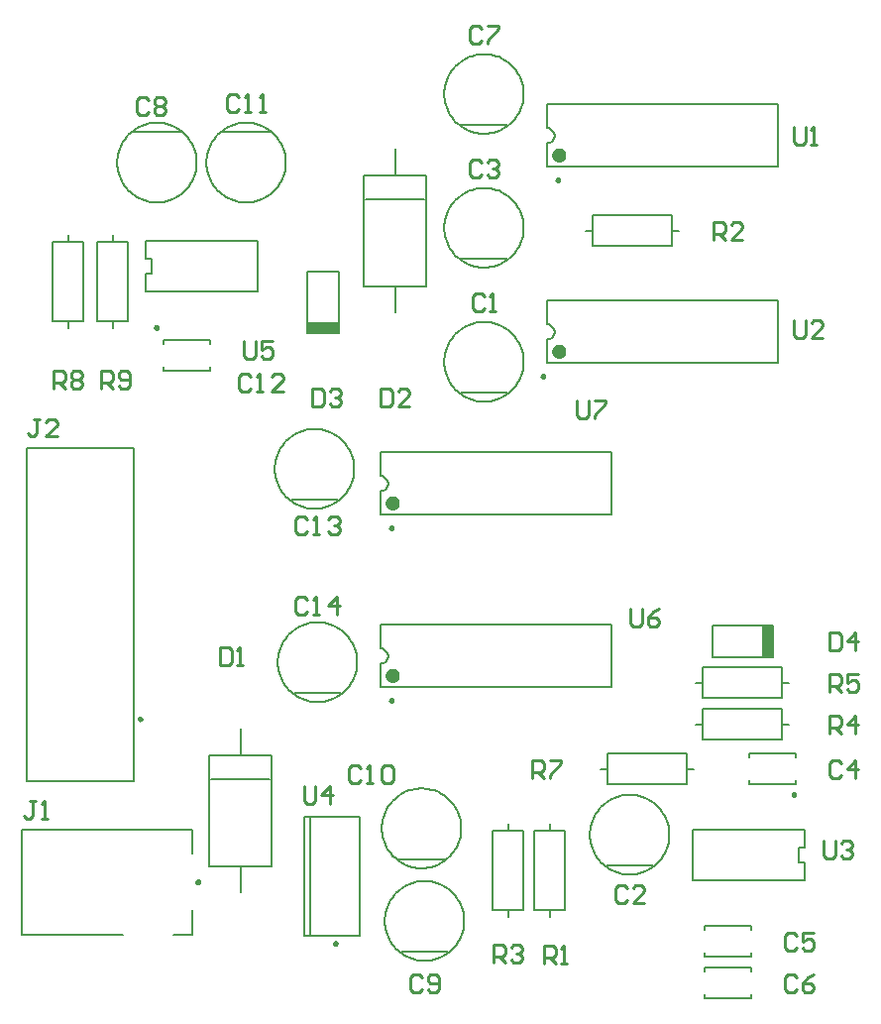
<source format=gto>
%FSTAX23Y23*%
%MOIN*%
%SFA1B1*%

%IPPOS*%
%ADD10C,0.023620*%
%ADD11C,0.009840*%
%ADD12C,0.007870*%
%ADD13C,0.005910*%
%ADD14C,0.010000*%
%ADD15R,0.106980X0.037360*%
%ADD16R,0.037360X0.106980*%
%LNtachometer-boardv2.5-1*%
%LPD*%
G54D10*
X01303Y01825D02*
D01*
X01303Y01825*
X01303Y01826*
X01303Y01827*
X01302Y01828*
X01302Y01829*
X01302Y01829*
X01302Y0183*
X01301Y01831*
X01301Y01831*
X013Y01832*
X013Y01833*
X01299Y01833*
X01298Y01834*
X01298Y01834*
X01297Y01835*
X01296Y01835*
X01296Y01835*
X01295Y01836*
X01294Y01836*
X01293Y01836*
X01292Y01836*
X01291Y01836*
X01291*
X0129Y01836*
X01289Y01836*
X01288Y01836*
X01287Y01836*
X01287Y01835*
X01286Y01835*
X01285Y01835*
X01284Y01834*
X01284Y01834*
X01283Y01833*
X01283Y01833*
X01282Y01832*
X01282Y01831*
X01281Y01831*
X01281Y0183*
X0128Y01829*
X0128Y01829*
X0128Y01828*
X0128Y01827*
X01279Y01826*
X01279Y01825*
X01279Y01825*
X01279Y01824*
X01279Y01823*
X0128Y01822*
X0128Y01821*
X0128Y01821*
X0128Y0182*
X01281Y01819*
X01281Y01818*
X01282Y01818*
X01282Y01817*
X01283Y01816*
X01283Y01816*
X01284Y01815*
X01284Y01815*
X01285Y01814*
X01286Y01814*
X01287Y01814*
X01287Y01813*
X01288Y01813*
X01289Y01813*
X0129Y01813*
X01291Y01813*
X01291*
X01292Y01813*
X01293Y01813*
X01294Y01813*
X01295Y01813*
X01296Y01814*
X01296Y01814*
X01297Y01814*
X01298Y01815*
X01298Y01815*
X01299Y01816*
X013Y01816*
X013Y01817*
X01301Y01818*
X01301Y01818*
X01302Y01819*
X01302Y0182*
X01302Y01821*
X01302Y01821*
X01303Y01822*
X01303Y01823*
X01303Y01824*
X01303Y01825*
Y01245D02*
D01*
X01303Y01245*
X01303Y01246*
X01303Y01247*
X01302Y01248*
X01302Y01249*
X01302Y01249*
X01302Y0125*
X01301Y01251*
X01301Y01251*
X013Y01252*
X013Y01253*
X01299Y01253*
X01298Y01254*
X01298Y01254*
X01297Y01255*
X01296Y01255*
X01296Y01255*
X01295Y01256*
X01294Y01256*
X01293Y01256*
X01292Y01256*
X01291Y01256*
X01291*
X0129Y01256*
X01289Y01256*
X01288Y01256*
X01287Y01256*
X01287Y01255*
X01286Y01255*
X01285Y01255*
X01284Y01254*
X01284Y01254*
X01283Y01253*
X01283Y01253*
X01282Y01252*
X01282Y01251*
X01281Y01251*
X01281Y0125*
X0128Y01249*
X0128Y01249*
X0128Y01248*
X0128Y01247*
X01279Y01246*
X01279Y01245*
X01279Y01245*
X01279Y01244*
X01279Y01243*
X0128Y01242*
X0128Y01241*
X0128Y01241*
X0128Y0124*
X01281Y01239*
X01281Y01238*
X01282Y01238*
X01282Y01237*
X01283Y01236*
X01283Y01236*
X01284Y01235*
X01284Y01235*
X01285Y01234*
X01286Y01234*
X01287Y01234*
X01287Y01233*
X01288Y01233*
X01289Y01233*
X0129Y01233*
X01291Y01233*
X01291*
X01292Y01233*
X01293Y01233*
X01294Y01233*
X01295Y01233*
X01296Y01234*
X01296Y01234*
X01297Y01234*
X01298Y01235*
X01298Y01235*
X01299Y01236*
X013Y01236*
X013Y01237*
X01301Y01238*
X01301Y01238*
X01302Y01239*
X01302Y0124*
X01302Y01241*
X01302Y01241*
X01303Y01242*
X01303Y01243*
X01303Y01244*
X01303Y01245*
X01863Y02995D02*
D01*
X01863Y02995*
X01863Y02996*
X01863Y02997*
X01862Y02998*
X01862Y02999*
X01862Y02999*
X01862Y03*
X01861Y03001*
X01861Y03001*
X0186Y03002*
X0186Y03003*
X01859Y03003*
X01858Y03004*
X01858Y03004*
X01857Y03005*
X01856Y03005*
X01856Y03005*
X01855Y03006*
X01854Y03006*
X01853Y03006*
X01852Y03006*
X01851Y03006*
X01851*
X0185Y03006*
X01849Y03006*
X01848Y03006*
X01847Y03006*
X01847Y03005*
X01846Y03005*
X01845Y03005*
X01844Y03004*
X01844Y03004*
X01843Y03003*
X01843Y03003*
X01842Y03002*
X01842Y03001*
X01841Y03001*
X01841Y03*
X0184Y02999*
X0184Y02999*
X0184Y02998*
X0184Y02997*
X01839Y02996*
X01839Y02995*
X01839Y02995*
X01839Y02994*
X01839Y02993*
X0184Y02992*
X0184Y02991*
X0184Y02991*
X0184Y0299*
X01841Y02989*
X01841Y02988*
X01842Y02988*
X01842Y02987*
X01843Y02986*
X01843Y02986*
X01844Y02985*
X01844Y02985*
X01845Y02984*
X01846Y02984*
X01847Y02984*
X01847Y02983*
X01848Y02983*
X01849Y02983*
X0185Y02983*
X01851Y02983*
X01851*
X01852Y02983*
X01853Y02983*
X01854Y02983*
X01855Y02983*
X01856Y02984*
X01856Y02984*
X01857Y02984*
X01858Y02985*
X01858Y02985*
X01859Y02986*
X0186Y02986*
X0186Y02987*
X01861Y02988*
X01861Y02988*
X01862Y02989*
X01862Y0299*
X01862Y02991*
X01862Y02991*
X01863Y02992*
X01863Y02993*
X01863Y02994*
X01863Y02995*
Y02335D02*
D01*
X01863Y02335*
X01863Y02336*
X01863Y02337*
X01862Y02338*
X01862Y02339*
X01862Y02339*
X01862Y0234*
X01861Y02341*
X01861Y02341*
X0186Y02342*
X0186Y02343*
X01859Y02343*
X01858Y02344*
X01858Y02344*
X01857Y02345*
X01856Y02345*
X01856Y02345*
X01855Y02346*
X01854Y02346*
X01853Y02346*
X01852Y02346*
X01851Y02346*
X01851*
X0185Y02346*
X01849Y02346*
X01848Y02346*
X01847Y02346*
X01847Y02345*
X01846Y02345*
X01845Y02345*
X01844Y02344*
X01844Y02344*
X01843Y02343*
X01843Y02343*
X01842Y02342*
X01842Y02341*
X01841Y02341*
X01841Y0234*
X0184Y02339*
X0184Y02339*
X0184Y02338*
X0184Y02337*
X01839Y02336*
X01839Y02335*
X01839Y02335*
X01839Y02334*
X01839Y02333*
X0184Y02332*
X0184Y02331*
X0184Y02331*
X0184Y0233*
X01841Y02329*
X01841Y02328*
X01842Y02328*
X01842Y02327*
X01843Y02326*
X01843Y02326*
X01844Y02325*
X01844Y02325*
X01845Y02324*
X01846Y02324*
X01847Y02324*
X01847Y02323*
X01848Y02323*
X01849Y02323*
X0185Y02323*
X01851Y02323*
X01851*
X01852Y02323*
X01853Y02323*
X01854Y02323*
X01855Y02323*
X01856Y02324*
X01856Y02324*
X01857Y02324*
X01858Y02325*
X01858Y02325*
X01859Y02326*
X0186Y02326*
X0186Y02327*
X01861Y02328*
X01861Y02328*
X01862Y02329*
X01862Y0233*
X01862Y02331*
X01862Y02331*
X01863Y02332*
X01863Y02333*
X01863Y02334*
X01863Y02335*
G54D11*
X01293Y0174D02*
D01*
X01293Y0174*
X01293Y0174*
X01293Y01741*
X01293Y01741*
X01293Y01741*
X01293Y01742*
X01293Y01742*
X01292Y01742*
X01292Y01742*
X01292Y01743*
X01292Y01743*
X01292Y01743*
X01291Y01743*
X01291Y01744*
X01291Y01744*
X0129Y01744*
X0129Y01744*
X0129Y01744*
X0129Y01744*
X01289Y01744*
X01289Y01744*
X01288Y01744*
X01288*
X01288Y01744*
X01287Y01744*
X01287Y01744*
X01287Y01744*
X01286Y01744*
X01286Y01744*
X01286Y01744*
X01286Y01744*
X01285Y01743*
X01285Y01743*
X01285Y01743*
X01285Y01743*
X01284Y01742*
X01284Y01742*
X01284Y01742*
X01284Y01742*
X01284Y01741*
X01284Y01741*
X01284Y01741*
X01283Y0174*
X01283Y0174*
X01283Y0174*
X01283Y01739*
X01283Y01739*
X01284Y01738*
X01284Y01738*
X01284Y01738*
X01284Y01737*
X01284Y01737*
X01284Y01737*
X01284Y01737*
X01285Y01736*
X01285Y01736*
X01285Y01736*
X01285Y01736*
X01286Y01735*
X01286Y01735*
X01286Y01735*
X01286Y01735*
X01287Y01735*
X01287Y01735*
X01287Y01735*
X01288Y01735*
X01288Y01735*
X01288*
X01289Y01735*
X01289Y01735*
X0129Y01735*
X0129Y01735*
X0129Y01735*
X0129Y01735*
X01291Y01735*
X01291Y01735*
X01291Y01736*
X01292Y01736*
X01292Y01736*
X01292Y01736*
X01292Y01737*
X01292Y01737*
X01293Y01737*
X01293Y01737*
X01293Y01738*
X01293Y01738*
X01293Y01738*
X01293Y01739*
X01293Y01739*
X01293Y0174*
Y0116D02*
D01*
X01293Y0116*
X01293Y0116*
X01293Y01161*
X01293Y01161*
X01293Y01161*
X01293Y01162*
X01293Y01162*
X01292Y01162*
X01292Y01162*
X01292Y01163*
X01292Y01163*
X01292Y01163*
X01291Y01163*
X01291Y01164*
X01291Y01164*
X0129Y01164*
X0129Y01164*
X0129Y01164*
X0129Y01164*
X01289Y01164*
X01289Y01164*
X01288Y01164*
X01288*
X01288Y01164*
X01287Y01164*
X01287Y01164*
X01287Y01164*
X01286Y01164*
X01286Y01164*
X01286Y01164*
X01286Y01164*
X01285Y01163*
X01285Y01163*
X01285Y01163*
X01285Y01163*
X01284Y01162*
X01284Y01162*
X01284Y01162*
X01284Y01162*
X01284Y01161*
X01284Y01161*
X01284Y01161*
X01283Y0116*
X01283Y0116*
X01283Y0116*
X01283Y01159*
X01283Y01159*
X01284Y01158*
X01284Y01158*
X01284Y01158*
X01284Y01157*
X01284Y01157*
X01284Y01157*
X01284Y01157*
X01285Y01156*
X01285Y01156*
X01285Y01156*
X01285Y01156*
X01286Y01155*
X01286Y01155*
X01286Y01155*
X01286Y01155*
X01287Y01155*
X01287Y01155*
X01287Y01155*
X01288Y01155*
X01288Y01155*
X01288*
X01289Y01155*
X01289Y01155*
X0129Y01155*
X0129Y01155*
X0129Y01155*
X0129Y01155*
X01291Y01155*
X01291Y01155*
X01291Y01156*
X01292Y01156*
X01292Y01156*
X01292Y01156*
X01292Y01157*
X01292Y01157*
X01293Y01157*
X01293Y01157*
X01293Y01158*
X01293Y01158*
X01293Y01158*
X01293Y01159*
X01293Y01159*
X01293Y0116*
X01853Y0291D02*
D01*
X01853Y0291*
X01853Y0291*
X01853Y02911*
X01853Y02911*
X01853Y02911*
X01853Y02912*
X01853Y02912*
X01852Y02912*
X01852Y02912*
X01852Y02913*
X01852Y02913*
X01852Y02913*
X01851Y02913*
X01851Y02914*
X01851Y02914*
X0185Y02914*
X0185Y02914*
X0185Y02914*
X0185Y02914*
X01849Y02914*
X01849Y02914*
X01848Y02914*
X01848*
X01848Y02914*
X01847Y02914*
X01847Y02914*
X01847Y02914*
X01846Y02914*
X01846Y02914*
X01846Y02914*
X01846Y02914*
X01845Y02913*
X01845Y02913*
X01845Y02913*
X01845Y02913*
X01844Y02912*
X01844Y02912*
X01844Y02912*
X01844Y02912*
X01844Y02911*
X01844Y02911*
X01844Y02911*
X01843Y0291*
X01843Y0291*
X01843Y0291*
X01843Y02909*
X01843Y02909*
X01844Y02908*
X01844Y02908*
X01844Y02908*
X01844Y02907*
X01844Y02907*
X01844Y02907*
X01844Y02907*
X01845Y02906*
X01845Y02906*
X01845Y02906*
X01845Y02906*
X01846Y02905*
X01846Y02905*
X01846Y02905*
X01846Y02905*
X01847Y02905*
X01847Y02905*
X01847Y02905*
X01848Y02905*
X01848Y02905*
X01848*
X01849Y02905*
X01849Y02905*
X0185Y02905*
X0185Y02905*
X0185Y02905*
X0185Y02905*
X01851Y02905*
X01851Y02905*
X01851Y02906*
X01852Y02906*
X01852Y02906*
X01852Y02906*
X01852Y02907*
X01852Y02907*
X01853Y02907*
X01853Y02907*
X01853Y02908*
X01853Y02908*
X01853Y02908*
X01853Y02909*
X01853Y02909*
X01853Y0291*
X01803Y0225D02*
D01*
X01803Y0225*
X01803Y0225*
X01803Y02251*
X01803Y02251*
X01803Y02251*
X01803Y02252*
X01803Y02252*
X01802Y02252*
X01802Y02252*
X01802Y02253*
X01802Y02253*
X01802Y02253*
X01801Y02253*
X01801Y02254*
X01801Y02254*
X018Y02254*
X018Y02254*
X018Y02254*
X018Y02254*
X01799Y02254*
X01799Y02254*
X01798Y02254*
X01798*
X01798Y02254*
X01797Y02254*
X01797Y02254*
X01797Y02254*
X01796Y02254*
X01796Y02254*
X01796Y02254*
X01796Y02254*
X01795Y02253*
X01795Y02253*
X01795Y02253*
X01795Y02253*
X01794Y02252*
X01794Y02252*
X01794Y02252*
X01794Y02252*
X01794Y02251*
X01794Y02251*
X01794Y02251*
X01793Y0225*
X01793Y0225*
X01793Y0225*
X01793Y02249*
X01793Y02249*
X01794Y02248*
X01794Y02248*
X01794Y02248*
X01794Y02247*
X01794Y02247*
X01794Y02247*
X01794Y02247*
X01795Y02246*
X01795Y02246*
X01795Y02246*
X01795Y02246*
X01796Y02245*
X01796Y02245*
X01796Y02245*
X01796Y02245*
X01797Y02245*
X01797Y02245*
X01797Y02245*
X01798Y02245*
X01798Y02245*
X01798*
X01799Y02245*
X01799Y02245*
X018Y02245*
X018Y02245*
X018Y02245*
X018Y02245*
X01801Y02245*
X01801Y02245*
X01801Y02246*
X01802Y02246*
X01802Y02246*
X01802Y02246*
X01802Y02247*
X01802Y02247*
X01803Y02247*
X01803Y02247*
X01803Y02248*
X01803Y02248*
X01803Y02248*
X01803Y02249*
X01803Y02249*
X01803Y0225*
X02646Y00844D02*
D01*
X02646Y00845*
X02646Y00845*
X02646Y00845*
X02646Y00846*
X02646Y00846*
X02646Y00846*
X02646Y00847*
X02646Y00847*
X02645Y00847*
X02645Y00847*
X02645Y00848*
X02645Y00848*
X02644Y00848*
X02644Y00848*
X02644Y00848*
X02644Y00849*
X02643Y00849*
X02643Y00849*
X02643Y00849*
X02642Y00849*
X02642Y00849*
X02642Y00849*
X02641*
X02641Y00849*
X02641Y00849*
X0264Y00849*
X0264Y00849*
X0264Y00849*
X02639Y00849*
X02639Y00848*
X02639Y00848*
X02638Y00848*
X02638Y00848*
X02638Y00848*
X02638Y00847*
X02637Y00847*
X02637Y00847*
X02637Y00847*
X02637Y00846*
X02637Y00846*
X02637Y00846*
X02637Y00845*
X02637Y00845*
X02637Y00845*
X02637Y00844*
X02637Y00844*
X02637Y00844*
X02637Y00843*
X02637Y00843*
X02637Y00843*
X02637Y00842*
X02637Y00842*
X02637Y00842*
X02637Y00841*
X02638Y00841*
X02638Y00841*
X02638Y00841*
X02638Y0084*
X02639Y0084*
X02639Y0084*
X02639Y0084*
X0264Y0084*
X0264Y0084*
X0264Y00839*
X02641Y00839*
X02641Y00839*
X02641Y00839*
X02642*
X02642Y00839*
X02642Y00839*
X02643Y00839*
X02643Y0084*
X02643Y0084*
X02644Y0084*
X02644Y0084*
X02644Y0084*
X02644Y0084*
X02645Y00841*
X02645Y00841*
X02645Y00841*
X02645Y00841*
X02646Y00842*
X02646Y00842*
X02646Y00842*
X02646Y00843*
X02646Y00843*
X02646Y00843*
X02646Y00844*
X02646Y00844*
X02646Y00844*
X00642Y0055D02*
D01*
X00642Y0055*
X00642Y0055*
X00642Y00551*
X00642Y00551*
X00642Y00551*
X00641Y00552*
X00641Y00552*
X00641Y00552*
X00641Y00552*
X00641Y00553*
X0064Y00553*
X0064Y00553*
X0064Y00553*
X0064Y00554*
X00639Y00554*
X00639Y00554*
X00639Y00554*
X00638Y00554*
X00638Y00554*
X00638Y00554*
X00637Y00554*
X00637Y00554*
X00637*
X00636Y00554*
X00636Y00554*
X00636Y00554*
X00635Y00554*
X00635Y00554*
X00635Y00554*
X00634Y00554*
X00634Y00554*
X00634Y00553*
X00634Y00553*
X00633Y00553*
X00633Y00553*
X00633Y00552*
X00633Y00552*
X00633Y00552*
X00632Y00552*
X00632Y00551*
X00632Y00551*
X00632Y00551*
X00632Y0055*
X00632Y0055*
X00632Y0055*
X00632Y00549*
X00632Y00549*
X00632Y00548*
X00632Y00548*
X00632Y00548*
X00632Y00547*
X00633Y00547*
X00633Y00547*
X00633Y00547*
X00633Y00546*
X00633Y00546*
X00634Y00546*
X00634Y00546*
X00634Y00545*
X00634Y00545*
X00635Y00545*
X00635Y00545*
X00635Y00545*
X00636Y00545*
X00636Y00545*
X00636Y00545*
X00637Y00545*
X00637*
X00637Y00545*
X00638Y00545*
X00638Y00545*
X00638Y00545*
X00639Y00545*
X00639Y00545*
X00639Y00545*
X0064Y00545*
X0064Y00546*
X0064Y00546*
X0064Y00546*
X00641Y00546*
X00641Y00547*
X00641Y00547*
X00641Y00547*
X00641Y00547*
X00642Y00548*
X00642Y00548*
X00642Y00548*
X00642Y00549*
X00642Y00549*
X00642Y0055*
X00502Y02415D02*
D01*
X00502Y02415*
X00502Y02415*
X00502Y02416*
X00502Y02416*
X00502Y02416*
X00502Y02417*
X00502Y02417*
X00502Y02417*
X00502Y02418*
X00501Y02418*
X00501Y02418*
X00501Y02418*
X00501Y02419*
X005Y02419*
X005Y02419*
X005Y02419*
X00499Y02419*
X00499Y02419*
X00499Y0242*
X00498Y0242*
X00498Y0242*
X00498Y0242*
X00497*
X00497Y0242*
X00497Y0242*
X00496Y0242*
X00496Y02419*
X00496Y02419*
X00495Y02419*
X00495Y02419*
X00495Y02419*
X00495Y02419*
X00494Y02418*
X00494Y02418*
X00494Y02418*
X00494Y02418*
X00493Y02417*
X00493Y02417*
X00493Y02417*
X00493Y02416*
X00493Y02416*
X00493Y02416*
X00493Y02415*
X00493Y02415*
X00493Y02415*
X00493Y02414*
X00493Y02414*
X00493Y02414*
X00493Y02413*
X00493Y02413*
X00493Y02413*
X00493Y02412*
X00493Y02412*
X00494Y02412*
X00494Y02412*
X00494Y02411*
X00494Y02411*
X00495Y02411*
X00495Y02411*
X00495Y02411*
X00495Y0241*
X00496Y0241*
X00496Y0241*
X00496Y0241*
X00497Y0241*
X00497Y0241*
X00497Y0241*
X00498*
X00498Y0241*
X00498Y0241*
X00499Y0241*
X00499Y0241*
X00499Y0241*
X005Y0241*
X005Y02411*
X005Y02411*
X00501Y02411*
X00501Y02411*
X00501Y02411*
X00501Y02412*
X00502Y02412*
X00502Y02412*
X00502Y02412*
X00502Y02413*
X00502Y02413*
X00502Y02413*
X00502Y02414*
X00502Y02414*
X00502Y02414*
X00502Y02415*
X00447Y01098D02*
D01*
X00447Y01099*
X00447Y01099*
X00447Y01099*
X00447Y011*
X00447Y011*
X00446Y011*
X00446Y01101*
X00446Y01101*
X00446Y01101*
X00446Y01102*
X00446Y01102*
X00445Y01102*
X00445Y01102*
X00445Y01102*
X00444Y01103*
X00444Y01103*
X00444Y01103*
X00444Y01103*
X00443Y01103*
X00443Y01103*
X00443Y01103*
X00442Y01103*
X00442*
X00441Y01103*
X00441Y01103*
X00441Y01103*
X0044Y01103*
X0044Y01103*
X0044Y01103*
X0044Y01103*
X00439Y01102*
X00439Y01102*
X00439Y01102*
X00438Y01102*
X00438Y01102*
X00438Y01101*
X00438Y01101*
X00438Y01101*
X00438Y011*
X00437Y011*
X00437Y011*
X00437Y01099*
X00437Y01099*
X00437Y01099*
X00437Y01098*
X00437Y01098*
X00437Y01098*
X00437Y01097*
X00437Y01097*
X00437Y01097*
X00438Y01096*
X00438Y01096*
X00438Y01096*
X00438Y01095*
X00438Y01095*
X00438Y01095*
X00439Y01095*
X00439Y01095*
X00439Y01094*
X0044Y01094*
X0044Y01094*
X0044Y01094*
X0044Y01094*
X00441Y01094*
X00441Y01094*
X00441Y01093*
X00442Y01093*
X00442*
X00443Y01093*
X00443Y01094*
X00443Y01094*
X00444Y01094*
X00444Y01094*
X00444Y01094*
X00444Y01094*
X00445Y01094*
X00445Y01095*
X00445Y01095*
X00446Y01095*
X00446Y01095*
X00446Y01095*
X00446Y01096*
X00446Y01096*
X00446Y01096*
X00447Y01097*
X00447Y01097*
X00447Y01097*
X00447Y01098*
X00447Y01098*
X00447Y01098*
X01104Y00343D02*
D01*
X01104Y00343*
X01104Y00344*
X01104Y00344*
X01104Y00344*
X01104Y00345*
X01104Y00345*
X01104Y00345*
X01104Y00346*
X01103Y00346*
X01103Y00346*
X01103Y00347*
X01103Y00347*
X01103Y00347*
X01102Y00347*
X01102Y00347*
X01102Y00348*
X01101Y00348*
X01101Y00348*
X01101Y00348*
X011Y00348*
X011Y00348*
X011Y00348*
X01099*
X01099Y00348*
X01099Y00348*
X01098Y00348*
X01098Y00348*
X01098Y00348*
X01097Y00348*
X01097Y00347*
X01097Y00347*
X01096Y00347*
X01096Y00347*
X01096Y00347*
X01096Y00346*
X01096Y00346*
X01095Y00346*
X01095Y00345*
X01095Y00345*
X01095Y00345*
X01095Y00344*
X01095Y00344*
X01095Y00344*
X01095Y00343*
X01095Y00343*
X01095Y00343*
X01095Y00342*
X01095Y00342*
X01095Y00342*
X01095Y00341*
X01095Y00341*
X01095Y00341*
X01095Y00341*
X01096Y0034*
X01096Y0034*
X01096Y0034*
X01096Y00339*
X01096Y00339*
X01097Y00339*
X01097Y00339*
X01097Y00339*
X01098Y00339*
X01098Y00338*
X01098Y00338*
X01099Y00338*
X01099Y00338*
X01099Y00338*
X011*
X011Y00338*
X011Y00338*
X01101Y00338*
X01101Y00338*
X01101Y00339*
X01102Y00339*
X01102Y00339*
X01102Y00339*
X01103Y00339*
X01103Y00339*
X01103Y0034*
X01103Y0034*
X01103Y0034*
X01104Y00341*
X01104Y00341*
X01104Y00341*
X01104Y00341*
X01104Y00342*
X01104Y00342*
X01104Y00342*
X01104Y00343*
X01104Y00343*
G54D12*
X01252Y01865D02*
D01*
X01253Y01865*
X01255Y01865*
X01257Y01865*
X01259Y01865*
X0126Y01866*
X01262Y01867*
X01263Y01867*
X01265Y01868*
X01266Y01869*
X01268Y0187*
X01269Y01872*
X0127Y01873*
X01271Y01874*
X01272Y01876*
X01273Y01877*
X01274Y01879*
X01275Y0188*
X01275Y01882*
X01276Y01883*
X01276Y01885*
X01277Y01887*
X01277Y01889*
Y0189*
X01277Y01892*
X01276Y01894*
X01276Y01896*
X01275Y01897*
X01275Y01899*
X01274Y019*
X01273Y01902*
X01272Y01903*
X01271Y01905*
X0127Y01906*
X01269Y01907*
X01268Y01909*
X01266Y0191*
X01265Y01911*
X01263Y01912*
X01262Y01912*
X0126Y01913*
X01259Y01914*
X01257Y01914*
X01255Y01914*
X01253Y01914*
X01252Y01915*
Y01285D02*
D01*
X01253Y01285*
X01255Y01285*
X01257Y01285*
X01259Y01285*
X0126Y01286*
X01262Y01287*
X01263Y01287*
X01265Y01288*
X01266Y01289*
X01268Y0129*
X01269Y01292*
X0127Y01293*
X01271Y01294*
X01272Y01296*
X01273Y01297*
X01274Y01299*
X01275Y013*
X01275Y01302*
X01276Y01303*
X01276Y01305*
X01277Y01307*
X01277Y01309*
Y0131*
X01277Y01312*
X01276Y01314*
X01276Y01316*
X01275Y01317*
X01275Y01319*
X01274Y0132*
X01273Y01322*
X01272Y01323*
X01271Y01325*
X0127Y01326*
X01269Y01327*
X01268Y01329*
X01266Y0133*
X01265Y01331*
X01263Y01332*
X01262Y01332*
X0126Y01333*
X01259Y01334*
X01257Y01334*
X01255Y01334*
X01253Y01334*
X01252Y01335*
X01812Y03035D02*
D01*
X01813Y03035*
X01815Y03035*
X01817Y03035*
X01819Y03035*
X0182Y03036*
X01822Y03037*
X01823Y03037*
X01825Y03038*
X01826Y03039*
X01828Y0304*
X01829Y03042*
X0183Y03043*
X01831Y03044*
X01832Y03046*
X01833Y03047*
X01834Y03049*
X01835Y0305*
X01835Y03052*
X01836Y03053*
X01836Y03055*
X01837Y03057*
X01837Y03059*
Y0306*
X01837Y03062*
X01836Y03064*
X01836Y03066*
X01835Y03067*
X01835Y03069*
X01834Y0307*
X01833Y03072*
X01832Y03073*
X01831Y03075*
X0183Y03076*
X01829Y03077*
X01828Y03079*
X01826Y0308*
X01825Y03081*
X01823Y03082*
X01822Y03082*
X0182Y03083*
X01819Y03084*
X01817Y03084*
X01815Y03084*
X01813Y03084*
X01812Y03085*
Y02375D02*
D01*
X01813Y02375*
X01815Y02375*
X01817Y02375*
X01819Y02375*
X0182Y02376*
X01822Y02377*
X01823Y02377*
X01825Y02378*
X01826Y02379*
X01828Y0238*
X01829Y02382*
X0183Y02383*
X01831Y02384*
X01832Y02386*
X01833Y02387*
X01834Y02389*
X01835Y0239*
X01835Y02392*
X01836Y02393*
X01836Y02395*
X01837Y02397*
X01837Y02399*
Y024*
X01837Y02402*
X01836Y02404*
X01836Y02406*
X01835Y02407*
X01835Y02409*
X01834Y0241*
X01833Y02412*
X01832Y02413*
X01831Y02415*
X0183Y02416*
X01829Y02417*
X01828Y02419*
X01826Y0242*
X01825Y02421*
X01823Y02422*
X01822Y02422*
X0182Y02423*
X01819Y02424*
X01817Y02424*
X01815Y02424*
X01813Y02424*
X01812Y02425*
X02027Y01785D02*
Y01994D01*
X01252Y01915D02*
Y01994D01*
Y01785D02*
Y01865D01*
Y01994D02*
X02027D01*
X01252Y01785D02*
X02027D01*
X00884Y00602D02*
Y00977D01*
X00675Y00602D02*
X00884D01*
X00675D02*
Y00977D01*
X00884*
X0078D02*
Y01065D01*
Y00514D02*
Y00602D01*
X00681Y00896D02*
X00878D01*
X01252Y01205D02*
X02027D01*
X01252Y01414D02*
X02027D01*
X01252Y01205D02*
Y01285D01*
Y01335D02*
Y01414D01*
X02027Y01205D02*
Y01414D01*
X00961Y01184D02*
X01118D01*
X01812Y02955D02*
X02587D01*
X01812Y03164D02*
X02587D01*
X01812Y02955D02*
Y03035D01*
Y03085D02*
Y03164D01*
X02587Y02955D02*
Y03164D01*
X01966Y02688D02*
X02233D01*
X01966D02*
Y02791D01*
X02233*
Y02688D02*
Y02791D01*
Y0274D02*
X02256D01*
X01943D02*
X01966D01*
X01812Y02295D02*
X02587D01*
X01812Y02504D02*
X02587D01*
X01812Y02295D02*
Y02375D01*
Y02425D02*
Y02504D01*
X02587Y02295D02*
Y02504D01*
X01404Y02552D02*
Y02927D01*
X01195Y02552D02*
X01404D01*
X01195D02*
Y02927D01*
X01404*
X013D02*
Y03015D01*
Y02464D02*
Y02552D01*
X01201Y02846D02*
X01398D01*
X01521Y02194D02*
X01678D01*
X01006Y02397D02*
X01113D01*
X01006D02*
Y02602D01*
X01113*
Y02397D02*
Y02602D01*
X01521Y03095D02*
X01678D01*
X01521Y02645D02*
X01678D01*
X00421Y03073D02*
X00578D01*
X02678Y00664D02*
Y00725D01*
X02659Y00664D02*
X02678D01*
X02659Y00615D02*
Y00664D01*
Y00615D02*
X02678D01*
Y00554D02*
Y00615D01*
X02301Y00554D02*
X02678D01*
X02301D02*
Y00725D01*
X02678*
X02648Y00878D02*
Y00891D01*
Y00968D02*
Y00981D01*
X02491D02*
X02648D01*
X02491Y00878D02*
Y00891D01*
Y00968D02*
Y00981D01*
Y00878D02*
X02648D01*
X02341Y00388D02*
Y00401D01*
Y00298D02*
Y00311D01*
Y00298D02*
X02498D01*
Y00388D02*
Y00401D01*
Y00298D02*
Y00311D01*
X02341Y00401D02*
X02498D01*
X0168Y00433D02*
Y00456D01*
Y00723D02*
Y00746D01*
X01628Y00723D02*
X01731D01*
X01628Y00456D02*
Y00723D01*
Y00456D02*
X01731D01*
Y00723*
X02603Y0108D02*
X02626D01*
X02313D02*
X02336D01*
Y01028D02*
Y01131D01*
Y01028D02*
X02603D01*
Y01131*
X02336D02*
X02603D01*
X02498Y00158D02*
Y00171D01*
Y00248D02*
Y00261D01*
X02341D02*
X02498D01*
X02341Y00158D02*
Y00171D01*
Y00248D02*
Y00261D01*
Y00158D02*
X02498D01*
X02011Y00604D02*
X02168D01*
X0182Y00723D02*
Y00746D01*
Y00433D02*
Y00456D01*
X01768D02*
X01871D01*
Y00723*
X01768D02*
X01871D01*
X01768Y00456D02*
Y00723D01*
X00046Y00372D02*
Y00727D01*
Y00372D02*
X00385D01*
X00617Y00644D02*
Y00727D01*
X00046D02*
X00617D01*
X00554Y00372D02*
X00617D01*
Y00455*
X0035Y02703D02*
Y02726D01*
Y02413D02*
Y02436D01*
X00298D02*
X00401D01*
Y02703*
X00298D02*
X00401D01*
X00298Y02436D02*
Y02703D01*
X00521Y02358D02*
Y02371D01*
Y02268D02*
Y02281D01*
Y02268D02*
X00678D01*
Y02358D02*
Y02371D01*
Y02268D02*
Y02281D01*
X00521Y02371D02*
X00678D01*
X00461Y02534D02*
Y02595D01*
X0048*
Y02644*
X00461D02*
X0048D01*
X00461D02*
Y02705D01*
X00838*
Y02534D02*
Y02705D01*
X00461Y02534D02*
X00838D01*
X002Y02703D02*
Y02726D01*
Y02413D02*
Y02436D01*
X00148D02*
X00251D01*
Y02703*
X00148D02*
X00251D01*
X00148Y02436D02*
Y02703D01*
X02367Y01413D02*
X02572D01*
X02367Y01306D02*
Y01413D01*
Y01306D02*
X02572D01*
Y01413*
X02313Y0122D02*
X02336D01*
X02603D02*
X02626D01*
X02603Y01168D02*
Y01271D01*
X02336D02*
X02603D01*
X02336Y01168D02*
Y01271D01*
Y01168D02*
X02603D01*
X00062Y0089D02*
X00422D01*
Y0201*
X00062D02*
X00422D01*
X00062Y0089D02*
Y0201D01*
X02283Y0093D02*
X02306D01*
X01993D02*
X02016D01*
Y00878D02*
Y00981D01*
Y00878D02*
X02283D01*
Y00981*
X02016D02*
X02283D01*
X01321Y00314D02*
X01478D01*
X01014Y00369D02*
Y0077D01*
X00995Y00369D02*
Y0077D01*
X0118Y00369D02*
Y0077D01*
X00995D02*
X0118D01*
X00995Y00369D02*
X0118D01*
X01311Y00626D02*
X01468D01*
X00721Y03073D02*
X00878D01*
X00951Y01834D02*
X01108D01*
G54D13*
X01173Y01289D02*
D01*
X01173Y01298*
X01172Y01307*
X0117Y01317*
X01168Y01326*
X01165Y01334*
X01162Y01343*
X01158Y01352*
X01153Y0136*
X01148Y01367*
X01142Y01375*
X01136Y01382*
X01129Y01388*
X01122Y01394*
X01114Y014*
X01106Y01405*
X01098Y01409*
X0109Y01413*
X01081Y01416*
X01072Y01419*
X01063Y01421*
X01053Y01422*
X01044Y01422*
X01035*
X01026Y01422*
X01016Y01421*
X01007Y01419*
X00998Y01416*
X00989Y01413*
X00981Y01409*
X00973Y01405*
X00965Y014*
X00957Y01394*
X0095Y01388*
X00943Y01382*
X00937Y01375*
X00931Y01367*
X00926Y0136*
X00921Y01352*
X00917Y01343*
X00914Y01334*
X00911Y01326*
X00909Y01317*
X00907Y01307*
X00906Y01298*
X00906Y01289*
X00906Y01279*
X00907Y0127*
X00909Y01261*
X00911Y01252*
X00914Y01243*
X00917Y01234*
X00921Y01226*
X00926Y01218*
X00931Y0121*
X00937Y01203*
X00943Y01196*
X0095Y01189*
X00957Y01183*
X00965Y01178*
X00973Y01173*
X00981Y01168*
X00989Y01165*
X00998Y01161*
X01007Y01159*
X01016Y01157*
X01026Y01156*
X01035Y01155*
X01044*
X01053Y01156*
X01063Y01157*
X01072Y01159*
X01081Y01161*
X0109Y01165*
X01098Y01168*
X01106Y01173*
X01114Y01178*
X01122Y01183*
X01129Y01189*
X01136Y01196*
X01142Y01203*
X01148Y0121*
X01153Y01218*
X01158Y01226*
X01162Y01234*
X01165Y01243*
X01168Y01252*
X0117Y01261*
X01172Y0127*
X01173Y01279*
X01173Y01289*
X01733Y02299D02*
D01*
X01733Y02308*
X01732Y02317*
X0173Y02327*
X01728Y02336*
X01725Y02344*
X01722Y02353*
X01718Y02362*
X01713Y0237*
X01708Y02377*
X01702Y02385*
X01696Y02392*
X01689Y02398*
X01682Y02404*
X01674Y0241*
X01666Y02415*
X01658Y02419*
X0165Y02423*
X01641Y02426*
X01632Y02429*
X01623Y02431*
X01613Y02432*
X01604Y02432*
X01595*
X01586Y02432*
X01576Y02431*
X01567Y02429*
X01558Y02426*
X01549Y02423*
X01541Y02419*
X01533Y02415*
X01525Y0241*
X01517Y02404*
X0151Y02398*
X01503Y02392*
X01497Y02385*
X01491Y02377*
X01486Y0237*
X01481Y02362*
X01477Y02353*
X01474Y02344*
X01471Y02336*
X01469Y02327*
X01467Y02317*
X01466Y02308*
X01466Y02299*
X01466Y02289*
X01467Y0228*
X01469Y02271*
X01471Y02262*
X01474Y02253*
X01477Y02244*
X01481Y02236*
X01486Y02228*
X01491Y0222*
X01497Y02213*
X01503Y02206*
X0151Y02199*
X01517Y02193*
X01525Y02188*
X01533Y02183*
X01541Y02178*
X01549Y02175*
X01558Y02171*
X01567Y02169*
X01576Y02167*
X01586Y02166*
X01595Y02165*
X01604*
X01613Y02166*
X01623Y02167*
X01632Y02169*
X01641Y02171*
X0165Y02175*
X01658Y02178*
X01666Y02183*
X01674Y02188*
X01682Y02193*
X01689Y02199*
X01696Y02206*
X01702Y02213*
X01708Y0222*
X01713Y02228*
X01718Y02236*
X01722Y02244*
X01725Y02253*
X01728Y02262*
X0173Y02271*
X01732Y0228*
X01733Y02289*
X01733Y02299*
Y032D02*
D01*
X01733Y03209*
X01732Y03218*
X0173Y03227*
X01728Y03236*
X01725Y03245*
X01722Y03254*
X01718Y03262*
X01713Y0327*
X01708Y03278*
X01702Y03286*
X01696Y03292*
X01689Y03299*
X01682Y03305*
X01674Y0331*
X01666Y03315*
X01658Y0332*
X0165Y03324*
X01641Y03327*
X01632Y03329*
X01623Y03331*
X01613Y03333*
X01604Y03333*
X01595*
X01586Y03333*
X01576Y03331*
X01567Y03329*
X01558Y03327*
X01549Y03324*
X01541Y0332*
X01533Y03315*
X01525Y0331*
X01517Y03305*
X0151Y03299*
X01503Y03292*
X01497Y03286*
X01491Y03278*
X01486Y0327*
X01481Y03262*
X01477Y03254*
X01474Y03245*
X01471Y03236*
X01469Y03227*
X01467Y03218*
X01466Y03209*
X01466Y032*
X01466Y0319*
X01467Y03181*
X01469Y03172*
X01471Y03163*
X01474Y03154*
X01477Y03145*
X01481Y03137*
X01486Y03129*
X01491Y03121*
X01497Y03113*
X01503Y03107*
X0151Y031*
X01517Y03094*
X01525Y03089*
X01533Y03084*
X01541Y03079*
X01549Y03075*
X01558Y03072*
X01567Y0307*
X01576Y03068*
X01586Y03066*
X01595Y03066*
X01604*
X01613Y03066*
X01623Y03068*
X01632Y0307*
X01641Y03072*
X0165Y03075*
X01658Y03079*
X01666Y03084*
X01674Y03089*
X01682Y03094*
X01689Y031*
X01696Y03107*
X01702Y03113*
X01708Y03121*
X01713Y03129*
X01718Y03137*
X01722Y03145*
X01725Y03154*
X01728Y03163*
X0173Y03172*
X01732Y03181*
X01733Y0319*
X01733Y032*
Y0275D02*
D01*
X01733Y02759*
X01732Y02768*
X0173Y02777*
X01728Y02786*
X01725Y02795*
X01722Y02804*
X01718Y02812*
X01713Y0282*
X01708Y02828*
X01702Y02836*
X01696Y02842*
X01689Y02849*
X01682Y02855*
X01674Y0286*
X01666Y02865*
X01658Y0287*
X0165Y02874*
X01641Y02877*
X01632Y02879*
X01623Y02881*
X01613Y02883*
X01604Y02883*
X01595*
X01586Y02883*
X01576Y02881*
X01567Y02879*
X01558Y02877*
X01549Y02874*
X01541Y0287*
X01533Y02865*
X01525Y0286*
X01517Y02855*
X0151Y02849*
X01503Y02842*
X01497Y02836*
X01491Y02828*
X01486Y0282*
X01481Y02812*
X01477Y02804*
X01474Y02795*
X01471Y02786*
X01469Y02777*
X01467Y02768*
X01466Y02759*
X01466Y0275*
X01466Y0274*
X01467Y02731*
X01469Y02722*
X01471Y02713*
X01474Y02704*
X01477Y02695*
X01481Y02687*
X01486Y02679*
X01491Y02671*
X01497Y02663*
X01503Y02657*
X0151Y0265*
X01517Y02644*
X01525Y02639*
X01533Y02634*
X01541Y02629*
X01549Y02625*
X01558Y02622*
X01567Y0262*
X01576Y02618*
X01586Y02616*
X01595Y02616*
X01604*
X01613Y02616*
X01623Y02618*
X01632Y0262*
X01641Y02622*
X0165Y02625*
X01658Y02629*
X01666Y02634*
X01674Y02639*
X01682Y02644*
X01689Y0265*
X01696Y02657*
X01702Y02663*
X01708Y02671*
X01713Y02679*
X01718Y02687*
X01722Y02695*
X01725Y02704*
X01728Y02713*
X0173Y02722*
X01732Y02731*
X01733Y0274*
X01733Y0275*
X00633Y02969D02*
D01*
X00633Y02978*
X00632Y02987*
X0063Y02997*
X00628Y03006*
X00625Y03014*
X00622Y03023*
X00618Y03032*
X00613Y0304*
X00608Y03047*
X00602Y03055*
X00596Y03062*
X00589Y03068*
X00582Y03074*
X00574Y0308*
X00566Y03085*
X00558Y03089*
X0055Y03093*
X00541Y03096*
X00532Y03099*
X00523Y03101*
X00513Y03102*
X00504Y03102*
X00495*
X00486Y03102*
X00476Y03101*
X00467Y03099*
X00458Y03096*
X00449Y03093*
X00441Y03089*
X00433Y03085*
X00425Y0308*
X00417Y03074*
X0041Y03068*
X00403Y03062*
X00397Y03055*
X00391Y03047*
X00386Y0304*
X00381Y03032*
X00377Y03023*
X00374Y03014*
X00371Y03006*
X00369Y02997*
X00367Y02987*
X00366Y02978*
X00366Y02969*
X00366Y02959*
X00367Y0295*
X00369Y02941*
X00371Y02932*
X00374Y02923*
X00377Y02914*
X00381Y02906*
X00386Y02898*
X00391Y0289*
X00397Y02883*
X00403Y02876*
X0041Y02869*
X00417Y02863*
X00425Y02858*
X00433Y02853*
X00441Y02848*
X00449Y02845*
X00458Y02841*
X00467Y02839*
X00476Y02837*
X00486Y02836*
X00495Y02835*
X00504*
X00513Y02836*
X00523Y02837*
X00532Y02839*
X00541Y02841*
X0055Y02845*
X00558Y02848*
X00566Y02853*
X00574Y02858*
X00582Y02863*
X00589Y02869*
X00596Y02876*
X00602Y02883*
X00608Y0289*
X00613Y02898*
X00618Y02906*
X00622Y02914*
X00625Y02923*
X00628Y02932*
X0063Y02941*
X00632Y0295*
X00633Y02959*
X00633Y02969*
X02223Y00709D02*
D01*
X02223Y00718*
X02222Y00727*
X0222Y00737*
X02218Y00746*
X02215Y00754*
X02212Y00763*
X02208Y00772*
X02203Y0078*
X02198Y00787*
X02192Y00795*
X02186Y00802*
X02179Y00808*
X02172Y00814*
X02164Y0082*
X02156Y00825*
X02148Y00829*
X0214Y00833*
X02131Y00836*
X02122Y00839*
X02113Y00841*
X02103Y00842*
X02094Y00842*
X02085*
X02076Y00842*
X02066Y00841*
X02057Y00839*
X02048Y00836*
X02039Y00833*
X02031Y00829*
X02023Y00825*
X02015Y0082*
X02007Y00814*
X02Y00808*
X01993Y00802*
X01987Y00795*
X01981Y00787*
X01976Y0078*
X01971Y00772*
X01967Y00763*
X01964Y00754*
X01961Y00746*
X01959Y00737*
X01957Y00727*
X01956Y00718*
X01956Y00709*
X01956Y00699*
X01957Y0069*
X01959Y00681*
X01961Y00672*
X01964Y00663*
X01967Y00654*
X01971Y00646*
X01976Y00638*
X01981Y0063*
X01987Y00623*
X01993Y00616*
X02Y00609*
X02007Y00603*
X02015Y00598*
X02023Y00593*
X02031Y00588*
X02039Y00585*
X02048Y00581*
X02057Y00579*
X02066Y00577*
X02076Y00576*
X02085Y00575*
X02094*
X02103Y00576*
X02113Y00577*
X02122Y00579*
X02131Y00581*
X0214Y00585*
X02148Y00588*
X02156Y00593*
X02164Y00598*
X02172Y00603*
X02179Y00609*
X02186Y00616*
X02192Y00623*
X02198Y0063*
X02203Y00638*
X02208Y00646*
X02212Y00654*
X02215Y00663*
X02218Y00672*
X0222Y00681*
X02222Y0069*
X02223Y00699*
X02223Y00709*
X01533Y00419D02*
D01*
X01533Y00428*
X01532Y00437*
X0153Y00447*
X01528Y00456*
X01525Y00464*
X01522Y00473*
X01518Y00482*
X01513Y0049*
X01508Y00497*
X01502Y00505*
X01496Y00512*
X01489Y00518*
X01482Y00524*
X01474Y0053*
X01466Y00535*
X01458Y00539*
X0145Y00543*
X01441Y00546*
X01432Y00549*
X01423Y00551*
X01413Y00552*
X01404Y00552*
X01395*
X01386Y00552*
X01376Y00551*
X01367Y00549*
X01358Y00546*
X01349Y00543*
X01341Y00539*
X01333Y00535*
X01325Y0053*
X01317Y00524*
X0131Y00518*
X01303Y00512*
X01297Y00505*
X01291Y00497*
X01286Y0049*
X01281Y00482*
X01277Y00473*
X01274Y00464*
X01271Y00456*
X01269Y00447*
X01267Y00437*
X01266Y00428*
X01266Y00419*
X01266Y00409*
X01267Y004*
X01269Y00391*
X01271Y00382*
X01274Y00373*
X01277Y00364*
X01281Y00356*
X01286Y00348*
X01291Y0034*
X01297Y00333*
X01303Y00326*
X0131Y00319*
X01317Y00313*
X01325Y00308*
X01333Y00303*
X01341Y00298*
X01349Y00295*
X01358Y00291*
X01367Y00289*
X01376Y00287*
X01386Y00286*
X01395Y00285*
X01404*
X01413Y00286*
X01423Y00287*
X01432Y00289*
X01441Y00291*
X0145Y00295*
X01458Y00298*
X01466Y00303*
X01474Y00308*
X01482Y00313*
X01489Y00319*
X01496Y00326*
X01502Y00333*
X01508Y0034*
X01513Y00348*
X01518Y00356*
X01522Y00364*
X01525Y00373*
X01528Y00382*
X0153Y00391*
X01532Y004*
X01533Y00409*
X01533Y00419*
X01523Y0073D02*
D01*
X01523Y0074*
X01522Y00749*
X0152Y00758*
X01518Y00767*
X01515Y00776*
X01512Y00785*
X01508Y00793*
X01503Y00801*
X01498Y00809*
X01492Y00816*
X01486Y00823*
X01479Y0083*
X01472Y00836*
X01464Y00841*
X01456Y00846*
X01448Y00851*
X0144Y00854*
X01431Y00858*
X01422Y0086*
X01413Y00862*
X01403Y00863*
X01394Y00864*
X01385*
X01376Y00863*
X01366Y00862*
X01357Y0086*
X01348Y00858*
X01339Y00854*
X01331Y00851*
X01323Y00846*
X01315Y00841*
X01307Y00836*
X013Y0083*
X01293Y00823*
X01287Y00816*
X01281Y00809*
X01276Y00801*
X01271Y00793*
X01267Y00785*
X01264Y00776*
X01261Y00767*
X01259Y00758*
X01257Y00749*
X01256Y0074*
X01256Y0073*
X01256Y00721*
X01257Y00712*
X01259Y00702*
X01261Y00693*
X01264Y00685*
X01267Y00676*
X01271Y00667*
X01276Y00659*
X01281Y00652*
X01287Y00644*
X01293Y00637*
X013Y00631*
X01307Y00625*
X01315Y00619*
X01323Y00614*
X01331Y0061*
X01339Y00606*
X01348Y00603*
X01357Y006*
X01366Y00598*
X01376Y00597*
X01385Y00597*
X01394*
X01403Y00597*
X01413Y00598*
X01422Y006*
X01431Y00603*
X0144Y00606*
X01448Y0061*
X01456Y00614*
X01464Y00619*
X01472Y00625*
X01479Y00631*
X01486Y00637*
X01492Y00644*
X01498Y00652*
X01503Y00659*
X01508Y00667*
X01512Y00676*
X01515Y00685*
X01518Y00693*
X0152Y00702*
X01522Y00712*
X01523Y00721*
X01523Y0073*
X00933Y02969D02*
D01*
X00933Y02978*
X00932Y02987*
X0093Y02997*
X00928Y03006*
X00925Y03014*
X00922Y03023*
X00918Y03032*
X00913Y0304*
X00908Y03047*
X00902Y03055*
X00896Y03062*
X00889Y03068*
X00882Y03074*
X00874Y0308*
X00866Y03085*
X00858Y03089*
X0085Y03093*
X00841Y03096*
X00832Y03099*
X00823Y03101*
X00813Y03102*
X00804Y03102*
X00795*
X00786Y03102*
X00776Y03101*
X00767Y03099*
X00758Y03096*
X00749Y03093*
X00741Y03089*
X00733Y03085*
X00725Y0308*
X00717Y03074*
X0071Y03068*
X00703Y03062*
X00697Y03055*
X00691Y03047*
X00686Y0304*
X00681Y03032*
X00677Y03023*
X00674Y03014*
X00671Y03006*
X00669Y02997*
X00667Y02987*
X00666Y02978*
X00666Y02969*
X00666Y02959*
X00667Y0295*
X00669Y02941*
X00671Y02932*
X00674Y02923*
X00677Y02914*
X00681Y02906*
X00686Y02898*
X00691Y0289*
X00697Y02883*
X00703Y02876*
X0071Y02869*
X00717Y02863*
X00725Y02858*
X00733Y02853*
X00741Y02848*
X00749Y02845*
X00758Y02841*
X00767Y02839*
X00776Y02837*
X00786Y02836*
X00795Y02835*
X00804*
X00813Y02836*
X00823Y02837*
X00832Y02839*
X00841Y02841*
X0085Y02845*
X00858Y02848*
X00866Y02853*
X00874Y02858*
X00882Y02863*
X00889Y02869*
X00896Y02876*
X00902Y02883*
X00908Y0289*
X00913Y02898*
X00918Y02906*
X00922Y02914*
X00925Y02923*
X00928Y02932*
X0093Y02941*
X00932Y0295*
X00933Y02959*
X00933Y02969*
X01163Y01939D02*
D01*
X01163Y01948*
X01162Y01957*
X0116Y01967*
X01158Y01976*
X01155Y01984*
X01152Y01993*
X01148Y02002*
X01143Y0201*
X01138Y02017*
X01132Y02025*
X01126Y02032*
X01119Y02038*
X01112Y02044*
X01104Y0205*
X01096Y02055*
X01088Y02059*
X0108Y02063*
X01071Y02066*
X01062Y02069*
X01053Y02071*
X01043Y02072*
X01034Y02072*
X01025*
X01016Y02072*
X01006Y02071*
X00997Y02069*
X00988Y02066*
X00979Y02063*
X00971Y02059*
X00963Y02055*
X00955Y0205*
X00947Y02044*
X0094Y02038*
X00933Y02032*
X00927Y02025*
X00921Y02017*
X00916Y0201*
X00911Y02002*
X00907Y01993*
X00904Y01984*
X00901Y01976*
X00899Y01967*
X00897Y01957*
X00896Y01948*
X00896Y01939*
X00896Y01929*
X00897Y0192*
X00899Y01911*
X00901Y01902*
X00904Y01893*
X00907Y01884*
X00911Y01876*
X00916Y01868*
X00921Y0186*
X00927Y01853*
X00933Y01846*
X0094Y01839*
X00947Y01833*
X00955Y01828*
X00963Y01823*
X00971Y01818*
X00979Y01815*
X00988Y01811*
X00997Y01809*
X01006Y01807*
X01016Y01806*
X01025Y01805*
X01034*
X01043Y01806*
X01053Y01807*
X01062Y01809*
X01071Y01811*
X0108Y01815*
X01088Y01818*
X01096Y01823*
X01104Y01828*
X01112Y01833*
X01119Y01839*
X01126Y01846*
X01132Y01853*
X01138Y0186*
X01143Y01868*
X01148Y01876*
X01152Y01884*
X01155Y01893*
X01158Y01902*
X0116Y01911*
X01162Y0192*
X01163Y01929*
X01163Y01939*
G54D14*
X0191Y02169D02*
Y0212D01*
X0192Y0211*
X0194*
X0195Y0212*
Y02169*
X0197D02*
X02009D01*
Y02159*
X0197Y0212*
Y0211*
X01005Y01498D02*
X00995Y01508D01*
X00975*
X00965Y01498*
Y01458*
X00975Y01448*
X00995*
X01005Y01458*
X01025Y01448D02*
X01045D01*
X01035*
Y01508*
X01025Y01498*
X01104Y01448D02*
Y01508D01*
X01074Y01478*
X01114*
X0079Y02369D02*
Y0232D01*
X008Y0231*
X0082*
X0083Y0232*
Y02369*
X00889D02*
X0085D01*
Y0234*
X00869Y0235*
X00879*
X00889Y0234*
Y0232*
X00879Y0231*
X00859*
X0085Y0232*
X0209Y01469D02*
Y0142D01*
X021Y0141*
X0212*
X0213Y0142*
Y01469*
X02189D02*
X02169Y01459D01*
X0215Y0144*
Y0142*
X02159Y0141*
X02179*
X02189Y0142*
Y0143*
X02179Y0144*
X0215*
X00994Y00871D02*
Y00822D01*
X01004Y00812*
X01023*
X01033Y00822*
Y00871*
X01083Y00812D02*
Y00871D01*
X01053Y00841*
X01093*
X0274Y00689D02*
Y0064D01*
X0275Y0063*
X0277*
X0278Y0064*
Y00689*
X028Y00679D02*
X02809Y00689D01*
X02829*
X02839Y00679*
Y0067*
X02829Y0066*
X02819*
X02829*
X02839Y0065*
Y0064*
X02829Y0063*
X02809*
X028Y0064*
X0264Y02439D02*
Y0239D01*
X0265Y0238*
X0267*
X0268Y0239*
Y02439*
X02739Y0238D02*
X027D01*
X02739Y0242*
Y02429*
X02729Y02439*
X02709*
X027Y02429*
X0264Y03089D02*
Y0304D01*
X0265Y0303*
X0267*
X0268Y0304*
Y03089*
X02699Y0303D02*
X02719D01*
X02709*
Y03089*
X02699Y03079*
X0031Y0221D02*
Y02269D01*
X0034*
X0035Y02259*
Y0224*
X0034Y0223*
X0031*
X0033D02*
X0035Y0221D01*
X0037Y0222D02*
X00379Y0221D01*
X00399*
X00409Y0222*
Y02259*
X00399Y02269*
X00379*
X0037Y02259*
Y0225*
X00379Y0224*
X00409*
X0015Y0221D02*
Y02269D01*
X0018*
X0019Y02259*
Y0224*
X0018Y0223*
X0015*
X0017D02*
X0019Y0221D01*
X0021Y02259D02*
X00219Y02269D01*
X00239*
X00249Y02259*
Y0225*
X00239Y0224*
X00249Y0223*
Y0222*
X00239Y0221*
X00219*
X0021Y0222*
Y0223*
X00219Y0224*
X0021Y0225*
Y02259*
X00219Y0224D02*
X00239D01*
X0176Y009D02*
Y00959D01*
X0179*
X018Y00949*
Y0093*
X0179Y0092*
X0176*
X0178D02*
X018Y009D01*
X0182Y00959D02*
X01859D01*
Y00949*
X0182Y0091*
Y009*
X0276Y0119D02*
Y01249D01*
X0279*
X028Y01239*
Y0122*
X0279Y0121*
X0276*
X0278D02*
X028Y0119D01*
X02859Y01249D02*
X0282D01*
Y0122*
X02839Y0123*
X02849*
X02859Y0122*
Y012*
X02849Y0119*
X02829*
X0282Y012*
X0276Y0105D02*
Y01109D01*
X0279*
X028Y01099*
Y0108*
X0279Y0107*
X0276*
X0278D02*
X028Y0105D01*
X02849D02*
Y01109D01*
X0282Y0108*
X02859*
X0163Y0028D02*
Y00339D01*
X0166*
X0167Y00329*
Y0031*
X0166Y003*
X0163*
X0165D02*
X0167Y0028D01*
X0169Y00329D02*
X01699Y00339D01*
X01719*
X01729Y00329*
Y0032*
X01719Y0031*
X01709*
X01719*
X01729Y003*
Y0029*
X01719Y0028*
X01699*
X0169Y0029*
X0237Y0271D02*
Y02769D01*
X024*
X0241Y02759*
Y0274*
X024Y0273*
X0237*
X0239D02*
X0241Y0271D01*
X02469D02*
X0243D01*
X02469Y0275*
Y02759*
X02459Y02769*
X02439*
X0243Y02759*
X018Y00276D02*
Y00336D01*
X0183*
X0184Y00326*
Y00306*
X0183Y00296*
X018*
X0182D02*
X0184Y00276D01*
X01859D02*
X01879D01*
X01869*
Y00336*
X01859Y00326*
X00104Y02107D02*
X00084D01*
X00094*
Y02058*
X00084Y02048*
X00075*
X00065Y02058*
X00164Y02048D02*
X00124D01*
X00164Y02087*
Y02097*
X00154Y02107*
X00134*
X00124Y02097*
X00091Y00821D02*
X00071D01*
X00081*
Y00772*
X00071Y00762*
X00062*
X00052Y00772*
X00111Y00762D02*
X00131D01*
X00121*
Y00821*
X00111Y00811*
X0276Y01389D02*
Y0133D01*
X0279*
X028Y0134*
Y01379*
X0279Y01389*
X0276*
X02849Y0133D02*
Y01389D01*
X0282Y0136*
X02859*
X0102Y02209D02*
Y0215D01*
X0105*
X0106Y0216*
Y02199*
X0105Y02209*
X0102*
X0108Y02199D02*
X01089Y02209D01*
X01109*
X01119Y02199*
Y0219*
X01109Y0218*
X01099*
X01109*
X01119Y0217*
Y0216*
X01109Y0215*
X01089*
X0108Y0216*
X0125Y02209D02*
Y0215D01*
X0128*
X0129Y0216*
Y02199*
X0128Y02209*
X0125*
X01349Y0215D02*
X0131D01*
X01349Y0219*
Y02199*
X01339Y02209*
X01319*
X0131Y02199*
X0071Y01339D02*
Y0128D01*
X0074*
X0075Y0129*
Y01329*
X0074Y01339*
X0071*
X00769Y0128D02*
X00789D01*
X00779*
Y01339*
X00769Y01329*
X01005Y01769D02*
X00995Y01779D01*
X00975*
X00965Y01769*
Y0173*
X00975Y0172*
X00995*
X01005Y0173*
X01025Y0172D02*
X01045D01*
X01035*
Y01779*
X01025Y01769*
X01074D02*
X01084Y01779D01*
X01104*
X01114Y01769*
Y0176*
X01104Y0175*
X01094*
X01104*
X01114Y0174*
Y0173*
X01104Y0172*
X01084*
X01074Y0173*
X00815Y02249D02*
X00805Y02259D01*
X00785*
X00775Y02249*
Y0221*
X00785Y022*
X00805*
X00815Y0221*
X00835Y022D02*
X00855D01*
X00845*
Y02259*
X00835Y02249*
X00924Y022D02*
X00884D01*
X00924Y0224*
Y02249*
X00914Y02259*
X00894*
X00884Y02249*
X00775Y03189D02*
X00765Y03199D01*
X00745*
X00735Y03189*
Y03149*
X00745Y03139*
X00765*
X00775Y03149*
X00795Y03139D02*
X00814D01*
X00805*
Y03199*
X00795Y03189*
X00844Y03139D02*
X00864D01*
X00854*
Y03199*
X00844Y03189*
X01185Y00931D02*
X01175Y00941D01*
X01155*
X01145Y00931*
Y00891*
X01155Y00881*
X01175*
X01185Y00891*
X01205Y00881D02*
X01225D01*
X01215*
Y00941*
X01205Y00931*
X01254D02*
X01264Y00941D01*
X01284*
X01294Y00931*
Y00891*
X01284Y00881*
X01264*
X01254Y00891*
Y00931*
X0139Y00228D02*
X0138Y00238D01*
X0136*
X0135Y00228*
Y00188*
X0136Y00178*
X0138*
X0139Y00188*
X0141D02*
X01419Y00178D01*
X01439*
X01449Y00188*
Y00228*
X01439Y00238*
X01419*
X0141Y00228*
Y00218*
X01419Y00208*
X01449*
X0047Y03179D02*
X0046Y03189D01*
X0044*
X0043Y03179*
Y0314*
X0044Y0313*
X0046*
X0047Y0314*
X0049Y03179D02*
X00499Y03189D01*
X00519*
X00529Y03179*
Y0317*
X00519Y0316*
X00529Y0315*
Y0314*
X00519Y0313*
X00499*
X0049Y0314*
Y0315*
X00499Y0316*
X0049Y0317*
Y03179*
X00499Y0316D02*
X00519D01*
X0159Y0342D02*
X0158Y0343D01*
X0156*
X0155Y0342*
Y0338*
X0156Y0337*
X0158*
X0159Y0338*
X0161Y0343D02*
X01649D01*
Y0342*
X0161Y0338*
Y0337*
X0265Y00229D02*
X0264Y00239D01*
X0262*
X0261Y00229*
Y0019*
X0262Y0018*
X0264*
X0265Y0019*
X02709Y00239D02*
X02689Y00229D01*
X0267Y0021*
Y0019*
X02679Y0018*
X02699*
X02709Y0019*
Y002*
X02699Y0021*
X0267*
X0265Y00369D02*
X0264Y00379D01*
X0262*
X0261Y00369*
Y0033*
X0262Y0032*
X0264*
X0265Y0033*
X02709Y00379D02*
X0267D01*
Y0035*
X02689Y0036*
X02699*
X02709Y0035*
Y0033*
X02699Y0032*
X02679*
X0267Y0033*
X028Y00949D02*
X0279Y00959D01*
X0277*
X0276Y00949*
Y0091*
X0277Y009*
X0279*
X028Y0091*
X02849Y009D02*
Y00959D01*
X0282Y0093*
X02859*
X0159Y02969D02*
X0158Y02979D01*
X0156*
X0155Y02969*
Y0293*
X0156Y0292*
X0158*
X0159Y0293*
X0161Y02969D02*
X01619Y02979D01*
X01639*
X01649Y02969*
Y0296*
X01639Y0295*
X01629*
X01639*
X01649Y0294*
Y0293*
X01639Y0292*
X01619*
X0161Y0293*
X0208Y00529D02*
X0207Y00539D01*
X0205*
X0204Y00529*
Y00489*
X0205Y00479*
X0207*
X0208Y00489*
X02139Y00479D02*
X021D01*
X02139Y00519*
Y00529*
X02129Y00539*
X02109*
X021Y00529*
X016Y02519D02*
X0159Y02529D01*
X0157*
X0156Y02519*
Y0248*
X0157Y0247*
X0159*
X016Y0248*
X01619Y0247D02*
X01639D01*
X01629*
Y02529*
X01619Y02519*
G54D15*
X0106Y02416D03*
G54D16*
X02553Y0136D03*
M02*
</source>
